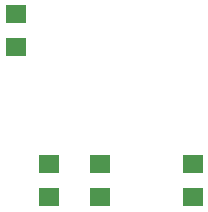
<source format=gbr>
G04 EAGLE Gerber X2 export*
%TF.Part,Single*%
%TF.FileFunction,Paste,Top*%
%TF.FilePolarity,Positive*%
%TF.GenerationSoftware,Autodesk,EAGLE,8.6.0*%
%TF.CreationDate,2018-09-12T16:35:13Z*%
G75*
%MOMM*%
%FSLAX34Y34*%
%LPD*%
%AMOC8*
5,1,8,0,0,1.08239X$1,22.5*%
G01*
%ADD10R,1.800000X1.600000*%


D10*
X787400Y397540D03*
X787400Y369540D03*
X708660Y397540D03*
X708660Y369540D03*
X665480Y369540D03*
X665480Y397540D03*
X637540Y524540D03*
X637540Y496540D03*
M02*

</source>
